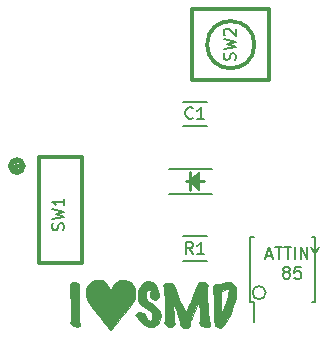
<source format=gto>
G04 #@! TF.FileFunction,Legend,Top*
%FSLAX46Y46*%
G04 Gerber Fmt 4.6, Leading zero omitted, Abs format (unit mm)*
G04 Created by KiCad (PCBNEW 4.0.7) date 01/30/18 20:10:09*
%MOMM*%
%LPD*%
G01*
G04 APERTURE LIST*
%ADD10C,0.100000*%
%ADD11C,0.150000*%
%ADD12C,0.300000*%
%ADD13C,0.254000*%
%ADD14C,0.304800*%
%ADD15C,0.200000*%
%ADD16C,0.250000*%
%ADD17C,0.010000*%
G04 APERTURE END LIST*
D10*
D11*
X212439524Y-97131667D02*
X212915715Y-97131667D01*
X212344286Y-97417381D02*
X212677619Y-96417381D01*
X213010953Y-97417381D01*
X213201429Y-96417381D02*
X213772858Y-96417381D01*
X213487143Y-97417381D02*
X213487143Y-96417381D01*
X213963334Y-96417381D02*
X214534763Y-96417381D01*
X214249048Y-97417381D02*
X214249048Y-96417381D01*
X214868096Y-97417381D02*
X214868096Y-96417381D01*
X215344286Y-97417381D02*
X215344286Y-96417381D01*
X215915715Y-97417381D01*
X215915715Y-96417381D01*
X216582381Y-96941190D02*
X216582381Y-97417381D01*
X216249048Y-96417381D02*
X216582381Y-96941190D01*
X216915715Y-96417381D01*
X214058571Y-98495952D02*
X213963333Y-98448333D01*
X213915714Y-98400714D01*
X213868095Y-98305476D01*
X213868095Y-98257857D01*
X213915714Y-98162619D01*
X213963333Y-98115000D01*
X214058571Y-98067381D01*
X214249048Y-98067381D01*
X214344286Y-98115000D01*
X214391905Y-98162619D01*
X214439524Y-98257857D01*
X214439524Y-98305476D01*
X214391905Y-98400714D01*
X214344286Y-98448333D01*
X214249048Y-98495952D01*
X214058571Y-98495952D01*
X213963333Y-98543571D01*
X213915714Y-98591190D01*
X213868095Y-98686429D01*
X213868095Y-98876905D01*
X213915714Y-98972143D01*
X213963333Y-99019762D01*
X214058571Y-99067381D01*
X214249048Y-99067381D01*
X214344286Y-99019762D01*
X214391905Y-98972143D01*
X214439524Y-98876905D01*
X214439524Y-98686429D01*
X214391905Y-98591190D01*
X214344286Y-98543571D01*
X214249048Y-98495952D01*
X215344286Y-98067381D02*
X214868095Y-98067381D01*
X214820476Y-98543571D01*
X214868095Y-98495952D01*
X214963333Y-98448333D01*
X215201429Y-98448333D01*
X215296667Y-98495952D01*
X215344286Y-98543571D01*
X215391905Y-98638810D01*
X215391905Y-98876905D01*
X215344286Y-98972143D01*
X215296667Y-99019762D01*
X215201429Y-99067381D01*
X214963333Y-99067381D01*
X214868095Y-99019762D01*
X214820476Y-98972143D01*
D12*
X191437000Y-89535000D02*
G75*
G03X191437000Y-89535000I-127000J0D01*
G01*
D13*
X191711609Y-89535000D02*
G75*
G03X191711609Y-89535000I-401609J0D01*
G01*
X191945000Y-89535000D02*
G75*
G03X191945000Y-89535000I-635000J0D01*
G01*
D14*
X211420000Y-79250000D02*
G75*
G03X211420000Y-79250000I-2000000J0D01*
G01*
X206120000Y-76250000D02*
X206120000Y-82250000D01*
X212620000Y-82250000D02*
X212620000Y-76250000D01*
X212620000Y-76250000D02*
X206120000Y-76250000D01*
X212620000Y-82250000D02*
X206120000Y-82250000D01*
X193220000Y-88750000D02*
X193220000Y-97750000D01*
X196820000Y-97750000D02*
X193220000Y-97750000D01*
X196820000Y-88750000D02*
X193220000Y-88750000D01*
X196820000Y-88750000D02*
X196820000Y-97750000D01*
D15*
X212379017Y-100250000D02*
G75*
G03X212379017Y-100250000I-559017J0D01*
G01*
D11*
X211065000Y-101000000D02*
X211365000Y-101000000D01*
X211065000Y-95500000D02*
X211365000Y-95500000D01*
X216575000Y-95500000D02*
X216275000Y-95500000D01*
X216575000Y-101000000D02*
X216275000Y-101000000D01*
X211065000Y-101000000D02*
X211065000Y-95500000D01*
X216575000Y-101000000D02*
X216575000Y-95500000D01*
X211365000Y-101000000D02*
X211365000Y-102750000D01*
D16*
X205613000Y-90805000D02*
X207137000Y-90805000D01*
X205994000Y-90043000D02*
X205994000Y-91567000D01*
D11*
X205740000Y-90805000D02*
X205867000Y-90805000D01*
X206629000Y-91440000D02*
X206756000Y-91567000D01*
X206629000Y-90170000D02*
X206756000Y-90043000D01*
X206756000Y-90043000D02*
X206756000Y-91567000D01*
X206502000Y-90297000D02*
X206629000Y-90170000D01*
X206502000Y-91313000D02*
X206629000Y-91440000D01*
X206629000Y-91313000D02*
X206629000Y-91440000D01*
X206629000Y-90170000D02*
X206629000Y-91313000D01*
X204225000Y-91855000D02*
X207825000Y-91855000D01*
X204225000Y-89755000D02*
X207825000Y-89755000D01*
X206402000Y-90505000D02*
X206402000Y-91105000D01*
X206402000Y-91105000D02*
X206102000Y-90805000D01*
X206102000Y-90805000D02*
X206302000Y-90605000D01*
X206302000Y-90605000D02*
X206302000Y-90855000D01*
X206302000Y-90855000D02*
X206252000Y-90805000D01*
X206502000Y-90805000D02*
X207002000Y-90805000D01*
X206002000Y-90805000D02*
X206502000Y-90305000D01*
X206502000Y-90305000D02*
X206502000Y-91305000D01*
X206502000Y-91305000D02*
X206002000Y-90805000D01*
X205375000Y-86115000D02*
X207375000Y-86115000D01*
X207375000Y-84065000D02*
X205375000Y-84065000D01*
X207375000Y-97595000D02*
X205375000Y-97595000D01*
X205375000Y-95445000D02*
X207375000Y-95445000D01*
D17*
G36*
X200475950Y-99153755D02*
X200714776Y-99229650D01*
X200940539Y-99372550D01*
X201143730Y-99584515D01*
X201147923Y-99590035D01*
X201284272Y-99821016D01*
X201353174Y-100070015D01*
X201357368Y-100349812D01*
X201339695Y-100484352D01*
X201313315Y-100619989D01*
X201279066Y-100746676D01*
X201232062Y-100872031D01*
X201167417Y-101003675D01*
X201080247Y-101149227D01*
X200965666Y-101316306D01*
X200818788Y-101512530D01*
X200634729Y-101745519D01*
X200408603Y-102022893D01*
X200163680Y-102318462D01*
X199956117Y-102566796D01*
X199763849Y-102794929D01*
X199592663Y-102996142D01*
X199448343Y-103163715D01*
X199336673Y-103290929D01*
X199263440Y-103371066D01*
X199234662Y-103397469D01*
X199203988Y-103367825D01*
X199129962Y-103284352D01*
X199018407Y-103153968D01*
X198875146Y-102983589D01*
X198706000Y-102780133D01*
X198516792Y-102550517D01*
X198345692Y-102341353D01*
X198137251Y-102083626D01*
X197939414Y-101835062D01*
X197759057Y-101604598D01*
X197603056Y-101401173D01*
X197478290Y-101233724D01*
X197391634Y-101111190D01*
X197357066Y-101056447D01*
X197244329Y-100807321D01*
X197168644Y-100539948D01*
X197134950Y-100279017D01*
X197148187Y-100049217D01*
X197151878Y-100030767D01*
X197249758Y-99746204D01*
X197410228Y-99505202D01*
X197568143Y-99357804D01*
X197763188Y-99231285D01*
X197953346Y-99162888D01*
X198169581Y-99143325D01*
X198270599Y-99147110D01*
X198439970Y-99167121D01*
X198568697Y-99209225D01*
X198684150Y-99278417D01*
X198870901Y-99446747D01*
X199037104Y-99665912D01*
X199162781Y-99908591D01*
X199181741Y-99958808D01*
X199251400Y-100156611D01*
X199301085Y-99990152D01*
X199418632Y-99707270D01*
X199580161Y-99479035D01*
X199776165Y-99307506D01*
X199997137Y-99194743D01*
X200233567Y-99142806D01*
X200475950Y-99153755D01*
X200475950Y-99153755D01*
G37*
X200475950Y-99153755D02*
X200714776Y-99229650D01*
X200940539Y-99372550D01*
X201143730Y-99584515D01*
X201147923Y-99590035D01*
X201284272Y-99821016D01*
X201353174Y-100070015D01*
X201357368Y-100349812D01*
X201339695Y-100484352D01*
X201313315Y-100619989D01*
X201279066Y-100746676D01*
X201232062Y-100872031D01*
X201167417Y-101003675D01*
X201080247Y-101149227D01*
X200965666Y-101316306D01*
X200818788Y-101512530D01*
X200634729Y-101745519D01*
X200408603Y-102022893D01*
X200163680Y-102318462D01*
X199956117Y-102566796D01*
X199763849Y-102794929D01*
X199592663Y-102996142D01*
X199448343Y-103163715D01*
X199336673Y-103290929D01*
X199263440Y-103371066D01*
X199234662Y-103397469D01*
X199203988Y-103367825D01*
X199129962Y-103284352D01*
X199018407Y-103153968D01*
X198875146Y-102983589D01*
X198706000Y-102780133D01*
X198516792Y-102550517D01*
X198345692Y-102341353D01*
X198137251Y-102083626D01*
X197939414Y-101835062D01*
X197759057Y-101604598D01*
X197603056Y-101401173D01*
X197478290Y-101233724D01*
X197391634Y-101111190D01*
X197357066Y-101056447D01*
X197244329Y-100807321D01*
X197168644Y-100539948D01*
X197134950Y-100279017D01*
X197148187Y-100049217D01*
X197151878Y-100030767D01*
X197249758Y-99746204D01*
X197410228Y-99505202D01*
X197568143Y-99357804D01*
X197763188Y-99231285D01*
X197953346Y-99162888D01*
X198169581Y-99143325D01*
X198270599Y-99147110D01*
X198439970Y-99167121D01*
X198568697Y-99209225D01*
X198684150Y-99278417D01*
X198870901Y-99446747D01*
X199037104Y-99665912D01*
X199162781Y-99908591D01*
X199181741Y-99958808D01*
X199251400Y-100156611D01*
X199301085Y-99990152D01*
X199418632Y-99707270D01*
X199580161Y-99479035D01*
X199776165Y-99307506D01*
X199997137Y-99194743D01*
X200233567Y-99142806D01*
X200475950Y-99153755D01*
G36*
X207030181Y-99307666D02*
X207174907Y-99351345D01*
X207329585Y-99441500D01*
X207430951Y-99553652D01*
X207472707Y-99675001D01*
X207448556Y-99792744D01*
X207415388Y-99840154D01*
X207401052Y-99865948D01*
X207391272Y-99911236D01*
X207386268Y-99983767D01*
X207386261Y-100091294D01*
X207391472Y-100241567D01*
X207402122Y-100442338D01*
X207418431Y-100701358D01*
X207440622Y-101026378D01*
X207455014Y-101230462D01*
X207481576Y-101597706D01*
X207504425Y-101895637D01*
X207524585Y-102132954D01*
X207543077Y-102318352D01*
X207560923Y-102460532D01*
X207579146Y-102568189D01*
X207598769Y-102650021D01*
X207620814Y-102714727D01*
X207632779Y-102742748D01*
X207680110Y-102854073D01*
X207694765Y-102923783D01*
X207678609Y-102980370D01*
X207651274Y-103025435D01*
X207547443Y-103117301D01*
X207399917Y-103160188D01*
X207226042Y-103153922D01*
X207043164Y-103098332D01*
X206923179Y-103032706D01*
X206803992Y-102927881D01*
X206758703Y-102812564D01*
X206783135Y-102672748D01*
X206802132Y-102626791D01*
X206823807Y-102567943D01*
X206836854Y-102497058D01*
X206841452Y-102400344D01*
X206837776Y-102264007D01*
X206826003Y-102074256D01*
X206811631Y-101884330D01*
X206789436Y-101593476D01*
X206771134Y-101373274D01*
X206752095Y-101223680D01*
X206727690Y-101144645D01*
X206693292Y-101136123D01*
X206644271Y-101198068D01*
X206575999Y-101330433D01*
X206483846Y-101533171D01*
X206363184Y-101806235D01*
X206330691Y-101879481D01*
X206208617Y-102155519D01*
X206115606Y-102370487D01*
X206048160Y-102534362D01*
X206002779Y-102657121D01*
X205975967Y-102748742D01*
X205964223Y-102819200D01*
X205964049Y-102878474D01*
X205968128Y-102913394D01*
X205977036Y-103028047D01*
X205953809Y-103102855D01*
X205903401Y-103159807D01*
X205818885Y-103219379D01*
X205746596Y-103242923D01*
X205656247Y-103251972D01*
X205626965Y-103258896D01*
X205555111Y-103259803D01*
X205453855Y-103239851D01*
X205451163Y-103239080D01*
X205315802Y-103170102D01*
X205207776Y-103060790D01*
X205144310Y-102933267D01*
X205136829Y-102835344D01*
X205133086Y-102762089D01*
X205105363Y-102640157D01*
X205051922Y-102463828D01*
X204971025Y-102227378D01*
X204860931Y-101925086D01*
X204856923Y-101914308D01*
X204758752Y-101652590D01*
X204683553Y-101458096D01*
X204628302Y-101324349D01*
X204589975Y-101244870D01*
X204565546Y-101213179D01*
X204551991Y-101222800D01*
X204547307Y-101251180D01*
X204546457Y-101338072D01*
X204552010Y-101482490D01*
X204562731Y-101669067D01*
X204577384Y-101882437D01*
X204594733Y-102107233D01*
X204613542Y-102328090D01*
X204632575Y-102529639D01*
X204650597Y-102696516D01*
X204666371Y-102813353D01*
X204676776Y-102861074D01*
X204670116Y-102939328D01*
X204609813Y-103026366D01*
X204515651Y-103104210D01*
X204407414Y-103154882D01*
X204342557Y-103164770D01*
X204182158Y-103132289D01*
X204021376Y-103047514D01*
X203891842Y-102929447D01*
X203851900Y-102870012D01*
X203809323Y-102780362D01*
X203806847Y-102719528D01*
X203843841Y-102649627D01*
X203848116Y-102643074D01*
X203865638Y-102611348D01*
X203878987Y-102570474D01*
X203888212Y-102512057D01*
X203893360Y-102427702D01*
X203894479Y-102309016D01*
X203891618Y-102147605D01*
X203884824Y-101935073D01*
X203874145Y-101663028D01*
X203859629Y-101323075D01*
X203856102Y-101242395D01*
X203839704Y-100897209D01*
X203822199Y-100581038D01*
X203804253Y-100303088D01*
X203786532Y-100072568D01*
X203769700Y-99898686D01*
X203754422Y-99790651D01*
X203749803Y-99770908D01*
X203722461Y-99663645D01*
X203725961Y-99598836D01*
X203767559Y-99544427D01*
X203809516Y-99507139D01*
X203939240Y-99436274D01*
X204096952Y-99409428D01*
X204265220Y-99421584D01*
X204426611Y-99467723D01*
X204563692Y-99542825D01*
X204659031Y-99641872D01*
X204695194Y-99759846D01*
X204695195Y-99762120D01*
X204709061Y-99817551D01*
X204747988Y-99931782D01*
X204807643Y-100094049D01*
X204883688Y-100293586D01*
X204971789Y-100519627D01*
X205067611Y-100761407D01*
X205166818Y-101008162D01*
X205265074Y-101249124D01*
X205358044Y-101473529D01*
X205441394Y-101670612D01*
X205510786Y-101829607D01*
X205561886Y-101939749D01*
X205590359Y-101990272D01*
X205593341Y-101992330D01*
X205617641Y-101957698D01*
X205666672Y-101860777D01*
X205736109Y-101711830D01*
X205821627Y-101521121D01*
X205918901Y-101298913D01*
X206023606Y-101055469D01*
X206131417Y-100801052D01*
X206238009Y-100545925D01*
X206339058Y-100300352D01*
X206430237Y-100074596D01*
X206507223Y-99878920D01*
X206565690Y-99723586D01*
X206601314Y-99618859D01*
X206610461Y-99578698D01*
X206642869Y-99443259D01*
X206731858Y-99349625D01*
X206865079Y-99302769D01*
X207030181Y-99307666D01*
X207030181Y-99307666D01*
G37*
X207030181Y-99307666D02*
X207174907Y-99351345D01*
X207329585Y-99441500D01*
X207430951Y-99553652D01*
X207472707Y-99675001D01*
X207448556Y-99792744D01*
X207415388Y-99840154D01*
X207401052Y-99865948D01*
X207391272Y-99911236D01*
X207386268Y-99983767D01*
X207386261Y-100091294D01*
X207391472Y-100241567D01*
X207402122Y-100442338D01*
X207418431Y-100701358D01*
X207440622Y-101026378D01*
X207455014Y-101230462D01*
X207481576Y-101597706D01*
X207504425Y-101895637D01*
X207524585Y-102132954D01*
X207543077Y-102318352D01*
X207560923Y-102460532D01*
X207579146Y-102568189D01*
X207598769Y-102650021D01*
X207620814Y-102714727D01*
X207632779Y-102742748D01*
X207680110Y-102854073D01*
X207694765Y-102923783D01*
X207678609Y-102980370D01*
X207651274Y-103025435D01*
X207547443Y-103117301D01*
X207399917Y-103160188D01*
X207226042Y-103153922D01*
X207043164Y-103098332D01*
X206923179Y-103032706D01*
X206803992Y-102927881D01*
X206758703Y-102812564D01*
X206783135Y-102672748D01*
X206802132Y-102626791D01*
X206823807Y-102567943D01*
X206836854Y-102497058D01*
X206841452Y-102400344D01*
X206837776Y-102264007D01*
X206826003Y-102074256D01*
X206811631Y-101884330D01*
X206789436Y-101593476D01*
X206771134Y-101373274D01*
X206752095Y-101223680D01*
X206727690Y-101144645D01*
X206693292Y-101136123D01*
X206644271Y-101198068D01*
X206575999Y-101330433D01*
X206483846Y-101533171D01*
X206363184Y-101806235D01*
X206330691Y-101879481D01*
X206208617Y-102155519D01*
X206115606Y-102370487D01*
X206048160Y-102534362D01*
X206002779Y-102657121D01*
X205975967Y-102748742D01*
X205964223Y-102819200D01*
X205964049Y-102878474D01*
X205968128Y-102913394D01*
X205977036Y-103028047D01*
X205953809Y-103102855D01*
X205903401Y-103159807D01*
X205818885Y-103219379D01*
X205746596Y-103242923D01*
X205656247Y-103251972D01*
X205626965Y-103258896D01*
X205555111Y-103259803D01*
X205453855Y-103239851D01*
X205451163Y-103239080D01*
X205315802Y-103170102D01*
X205207776Y-103060790D01*
X205144310Y-102933267D01*
X205136829Y-102835344D01*
X205133086Y-102762089D01*
X205105363Y-102640157D01*
X205051922Y-102463828D01*
X204971025Y-102227378D01*
X204860931Y-101925086D01*
X204856923Y-101914308D01*
X204758752Y-101652590D01*
X204683553Y-101458096D01*
X204628302Y-101324349D01*
X204589975Y-101244870D01*
X204565546Y-101213179D01*
X204551991Y-101222800D01*
X204547307Y-101251180D01*
X204546457Y-101338072D01*
X204552010Y-101482490D01*
X204562731Y-101669067D01*
X204577384Y-101882437D01*
X204594733Y-102107233D01*
X204613542Y-102328090D01*
X204632575Y-102529639D01*
X204650597Y-102696516D01*
X204666371Y-102813353D01*
X204676776Y-102861074D01*
X204670116Y-102939328D01*
X204609813Y-103026366D01*
X204515651Y-103104210D01*
X204407414Y-103154882D01*
X204342557Y-103164770D01*
X204182158Y-103132289D01*
X204021376Y-103047514D01*
X203891842Y-102929447D01*
X203851900Y-102870012D01*
X203809323Y-102780362D01*
X203806847Y-102719528D01*
X203843841Y-102649627D01*
X203848116Y-102643074D01*
X203865638Y-102611348D01*
X203878987Y-102570474D01*
X203888212Y-102512057D01*
X203893360Y-102427702D01*
X203894479Y-102309016D01*
X203891618Y-102147605D01*
X203884824Y-101935073D01*
X203874145Y-101663028D01*
X203859629Y-101323075D01*
X203856102Y-101242395D01*
X203839704Y-100897209D01*
X203822199Y-100581038D01*
X203804253Y-100303088D01*
X203786532Y-100072568D01*
X203769700Y-99898686D01*
X203754422Y-99790651D01*
X203749803Y-99770908D01*
X203722461Y-99663645D01*
X203725961Y-99598836D01*
X203767559Y-99544427D01*
X203809516Y-99507139D01*
X203939240Y-99436274D01*
X204096952Y-99409428D01*
X204265220Y-99421584D01*
X204426611Y-99467723D01*
X204563692Y-99542825D01*
X204659031Y-99641872D01*
X204695194Y-99759846D01*
X204695195Y-99762120D01*
X204709061Y-99817551D01*
X204747988Y-99931782D01*
X204807643Y-100094049D01*
X204883688Y-100293586D01*
X204971789Y-100519627D01*
X205067611Y-100761407D01*
X205166818Y-101008162D01*
X205265074Y-101249124D01*
X205358044Y-101473529D01*
X205441394Y-101670612D01*
X205510786Y-101829607D01*
X205561886Y-101939749D01*
X205590359Y-101990272D01*
X205593341Y-101992330D01*
X205617641Y-101957698D01*
X205666672Y-101860777D01*
X205736109Y-101711830D01*
X205821627Y-101521121D01*
X205918901Y-101298913D01*
X206023606Y-101055469D01*
X206131417Y-100801052D01*
X206238009Y-100545925D01*
X206339058Y-100300352D01*
X206430237Y-100074596D01*
X206507223Y-99878920D01*
X206565690Y-99723586D01*
X206601314Y-99618859D01*
X206610461Y-99578698D01*
X206642869Y-99443259D01*
X206731858Y-99349625D01*
X206865079Y-99302769D01*
X207030181Y-99307666D01*
G36*
X209431152Y-99384118D02*
X209588849Y-99488843D01*
X209736401Y-99659529D01*
X209765923Y-99702149D01*
X209845612Y-99837352D01*
X209883559Y-99958024D01*
X209892923Y-100099093D01*
X209875285Y-100325621D01*
X209825674Y-100605713D01*
X209749042Y-100924053D01*
X209650339Y-101265324D01*
X209534518Y-101614210D01*
X209406530Y-101955395D01*
X209271328Y-102273562D01*
X209133862Y-102553394D01*
X209054125Y-102693614D01*
X208964558Y-102824225D01*
X208857521Y-102955783D01*
X208747700Y-103072894D01*
X208649780Y-103160163D01*
X208578446Y-103202196D01*
X208567391Y-103203847D01*
X208499798Y-103215695D01*
X208479580Y-103221960D01*
X208409840Y-103219808D01*
X208313372Y-103189564D01*
X208310307Y-103188222D01*
X208224553Y-103147661D01*
X208159203Y-103104595D01*
X208111255Y-103048295D01*
X208077705Y-102968032D01*
X208055552Y-102853077D01*
X208041792Y-102692701D01*
X208033422Y-102476174D01*
X208027441Y-102192768D01*
X208027147Y-102176493D01*
X208019974Y-101844325D01*
X208010449Y-101504891D01*
X207999064Y-101168852D01*
X207986307Y-100846870D01*
X207972668Y-100549605D01*
X207958637Y-100287717D01*
X207952537Y-100193219D01*
X208603384Y-100193219D01*
X208603384Y-101050568D01*
X208604524Y-101370145D01*
X208608206Y-101618290D01*
X208614827Y-101801695D01*
X208624782Y-101927053D01*
X208638468Y-102001057D01*
X208656279Y-102030398D01*
X208661398Y-102031539D01*
X208677413Y-101996785D01*
X208714560Y-101900990D01*
X208768084Y-101756858D01*
X208833233Y-101577089D01*
X208869789Y-101474693D01*
X208990786Y-101127981D01*
X209084700Y-100843836D01*
X209154202Y-100612554D01*
X209201963Y-100424435D01*
X209230655Y-100269774D01*
X209242948Y-100138871D01*
X209243632Y-100116770D01*
X209242684Y-99991624D01*
X209228739Y-99924711D01*
X209195296Y-99896382D01*
X209168764Y-99890478D01*
X209098291Y-99905257D01*
X208987015Y-99954819D01*
X208857911Y-100028780D01*
X208846379Y-100036164D01*
X208603384Y-100193219D01*
X207952537Y-100193219D01*
X207944702Y-100071869D01*
X207931355Y-99912720D01*
X207919083Y-99820931D01*
X207918956Y-99820337D01*
X207911105Y-99734726D01*
X207942008Y-99667650D01*
X208021495Y-99591640D01*
X208114825Y-99523861D01*
X208200789Y-99498997D01*
X208319770Y-99505880D01*
X208327835Y-99506926D01*
X208462889Y-99511689D01*
X208610445Y-99486408D01*
X208779230Y-99433602D01*
X209038137Y-99359708D01*
X209251513Y-99342143D01*
X209431152Y-99384118D01*
X209431152Y-99384118D01*
G37*
X209431152Y-99384118D02*
X209588849Y-99488843D01*
X209736401Y-99659529D01*
X209765923Y-99702149D01*
X209845612Y-99837352D01*
X209883559Y-99958024D01*
X209892923Y-100099093D01*
X209875285Y-100325621D01*
X209825674Y-100605713D01*
X209749042Y-100924053D01*
X209650339Y-101265324D01*
X209534518Y-101614210D01*
X209406530Y-101955395D01*
X209271328Y-102273562D01*
X209133862Y-102553394D01*
X209054125Y-102693614D01*
X208964558Y-102824225D01*
X208857521Y-102955783D01*
X208747700Y-103072894D01*
X208649780Y-103160163D01*
X208578446Y-103202196D01*
X208567391Y-103203847D01*
X208499798Y-103215695D01*
X208479580Y-103221960D01*
X208409840Y-103219808D01*
X208313372Y-103189564D01*
X208310307Y-103188222D01*
X208224553Y-103147661D01*
X208159203Y-103104595D01*
X208111255Y-103048295D01*
X208077705Y-102968032D01*
X208055552Y-102853077D01*
X208041792Y-102692701D01*
X208033422Y-102476174D01*
X208027441Y-102192768D01*
X208027147Y-102176493D01*
X208019974Y-101844325D01*
X208010449Y-101504891D01*
X207999064Y-101168852D01*
X207986307Y-100846870D01*
X207972668Y-100549605D01*
X207958637Y-100287717D01*
X207952537Y-100193219D01*
X208603384Y-100193219D01*
X208603384Y-101050568D01*
X208604524Y-101370145D01*
X208608206Y-101618290D01*
X208614827Y-101801695D01*
X208624782Y-101927053D01*
X208638468Y-102001057D01*
X208656279Y-102030398D01*
X208661398Y-102031539D01*
X208677413Y-101996785D01*
X208714560Y-101900990D01*
X208768084Y-101756858D01*
X208833233Y-101577089D01*
X208869789Y-101474693D01*
X208990786Y-101127981D01*
X209084700Y-100843836D01*
X209154202Y-100612554D01*
X209201963Y-100424435D01*
X209230655Y-100269774D01*
X209242948Y-100138871D01*
X209243632Y-100116770D01*
X209242684Y-99991624D01*
X209228739Y-99924711D01*
X209195296Y-99896382D01*
X209168764Y-99890478D01*
X209098291Y-99905257D01*
X208987015Y-99954819D01*
X208857911Y-100028780D01*
X208846379Y-100036164D01*
X208603384Y-100193219D01*
X207952537Y-100193219D01*
X207944702Y-100071869D01*
X207931355Y-99912720D01*
X207919083Y-99820931D01*
X207918956Y-99820337D01*
X207911105Y-99734726D01*
X207942008Y-99667650D01*
X208021495Y-99591640D01*
X208114825Y-99523861D01*
X208200789Y-99498997D01*
X208319770Y-99505880D01*
X208327835Y-99506926D01*
X208462889Y-99511689D01*
X208610445Y-99486408D01*
X208779230Y-99433602D01*
X209038137Y-99359708D01*
X209251513Y-99342143D01*
X209431152Y-99384118D01*
G36*
X202738430Y-99325141D02*
X202939595Y-99431391D01*
X203099311Y-99602674D01*
X203216236Y-99837574D01*
X203286339Y-100117627D01*
X203320202Y-100387345D01*
X203321546Y-100590350D01*
X203288366Y-100731878D01*
X203218658Y-100817167D01*
X203110417Y-100851453D01*
X203007007Y-100847433D01*
X202842986Y-100791538D01*
X202712322Y-100683113D01*
X202626086Y-100539824D01*
X202595350Y-100379337D01*
X202623791Y-100235989D01*
X202652864Y-100140825D01*
X202638911Y-100077833D01*
X202624586Y-100058119D01*
X202541971Y-100004587D01*
X202450749Y-100017611D01*
X202362240Y-100088172D01*
X202287761Y-100207256D01*
X202238687Y-100365542D01*
X202219416Y-100561010D01*
X202245871Y-100727195D01*
X202324774Y-100874379D01*
X202462848Y-101012844D01*
X202666815Y-101152872D01*
X202805100Y-101231872D01*
X203043532Y-101377163D01*
X203216984Y-101521723D01*
X203337480Y-101678179D01*
X203417046Y-101859158D01*
X203424015Y-101881773D01*
X203475343Y-102174217D01*
X203456198Y-102456319D01*
X203368448Y-102716012D01*
X203270415Y-102873815D01*
X203106878Y-103026761D01*
X202899863Y-103125382D01*
X202665703Y-103165659D01*
X202420733Y-103143570D01*
X202307509Y-103110858D01*
X202071671Y-102990098D01*
X201874000Y-102806863D01*
X201797275Y-102705610D01*
X201698834Y-102577126D01*
X201589853Y-102455768D01*
X201541690Y-102409770D01*
X201451091Y-102321732D01*
X201383760Y-102241383D01*
X201371285Y-102221564D01*
X201354488Y-102123525D01*
X201405178Y-102036441D01*
X201512767Y-101967766D01*
X201666666Y-101924957D01*
X201807652Y-101914308D01*
X201943068Y-101936654D01*
X202061066Y-102009596D01*
X202171473Y-102141984D01*
X202284117Y-102342672D01*
X202284847Y-102344154D01*
X202354129Y-102478004D01*
X202407930Y-102556136D01*
X202461549Y-102594670D01*
X202530287Y-102609726D01*
X202537622Y-102610469D01*
X202625957Y-102609893D01*
X202678881Y-102572752D01*
X202723238Y-102484724D01*
X202773486Y-102304309D01*
X202769118Y-102115654D01*
X202739168Y-101980435D01*
X202714117Y-101908031D01*
X202675862Y-101851611D01*
X202609317Y-101798750D01*
X202499398Y-101737023D01*
X202359770Y-101667902D01*
X202064741Y-101499762D01*
X201842261Y-101313290D01*
X201687587Y-101101740D01*
X201595979Y-100858367D01*
X201562695Y-100576426D01*
X201562419Y-100533620D01*
X201591021Y-100223625D01*
X201669129Y-99944208D01*
X201790597Y-99703574D01*
X201949281Y-99509929D01*
X202139038Y-99371476D01*
X202353724Y-99296422D01*
X202497158Y-99285338D01*
X202738430Y-99325141D01*
X202738430Y-99325141D01*
G37*
X202738430Y-99325141D02*
X202939595Y-99431391D01*
X203099311Y-99602674D01*
X203216236Y-99837574D01*
X203286339Y-100117627D01*
X203320202Y-100387345D01*
X203321546Y-100590350D01*
X203288366Y-100731878D01*
X203218658Y-100817167D01*
X203110417Y-100851453D01*
X203007007Y-100847433D01*
X202842986Y-100791538D01*
X202712322Y-100683113D01*
X202626086Y-100539824D01*
X202595350Y-100379337D01*
X202623791Y-100235989D01*
X202652864Y-100140825D01*
X202638911Y-100077833D01*
X202624586Y-100058119D01*
X202541971Y-100004587D01*
X202450749Y-100017611D01*
X202362240Y-100088172D01*
X202287761Y-100207256D01*
X202238687Y-100365542D01*
X202219416Y-100561010D01*
X202245871Y-100727195D01*
X202324774Y-100874379D01*
X202462848Y-101012844D01*
X202666815Y-101152872D01*
X202805100Y-101231872D01*
X203043532Y-101377163D01*
X203216984Y-101521723D01*
X203337480Y-101678179D01*
X203417046Y-101859158D01*
X203424015Y-101881773D01*
X203475343Y-102174217D01*
X203456198Y-102456319D01*
X203368448Y-102716012D01*
X203270415Y-102873815D01*
X203106878Y-103026761D01*
X202899863Y-103125382D01*
X202665703Y-103165659D01*
X202420733Y-103143570D01*
X202307509Y-103110858D01*
X202071671Y-102990098D01*
X201874000Y-102806863D01*
X201797275Y-102705610D01*
X201698834Y-102577126D01*
X201589853Y-102455768D01*
X201541690Y-102409770D01*
X201451091Y-102321732D01*
X201383760Y-102241383D01*
X201371285Y-102221564D01*
X201354488Y-102123525D01*
X201405178Y-102036441D01*
X201512767Y-101967766D01*
X201666666Y-101924957D01*
X201807652Y-101914308D01*
X201943068Y-101936654D01*
X202061066Y-102009596D01*
X202171473Y-102141984D01*
X202284117Y-102342672D01*
X202284847Y-102344154D01*
X202354129Y-102478004D01*
X202407930Y-102556136D01*
X202461549Y-102594670D01*
X202530287Y-102609726D01*
X202537622Y-102610469D01*
X202625957Y-102609893D01*
X202678881Y-102572752D01*
X202723238Y-102484724D01*
X202773486Y-102304309D01*
X202769118Y-102115654D01*
X202739168Y-101980435D01*
X202714117Y-101908031D01*
X202675862Y-101851611D01*
X202609317Y-101798750D01*
X202499398Y-101737023D01*
X202359770Y-101667902D01*
X202064741Y-101499762D01*
X201842261Y-101313290D01*
X201687587Y-101101740D01*
X201595979Y-100858367D01*
X201562695Y-100576426D01*
X201562419Y-100533620D01*
X201591021Y-100223625D01*
X201669129Y-99944208D01*
X201790597Y-99703574D01*
X201949281Y-99509929D01*
X202139038Y-99371476D01*
X202353724Y-99296422D01*
X202497158Y-99285338D01*
X202738430Y-99325141D01*
G36*
X196301389Y-99367743D02*
X196410845Y-99413110D01*
X196543213Y-99495184D01*
X196606742Y-99579357D01*
X196609449Y-99681907D01*
X196583431Y-99763539D01*
X196568912Y-99811050D01*
X196557877Y-99877189D01*
X196550234Y-99969830D01*
X196545893Y-100096843D01*
X196544763Y-100266099D01*
X196546754Y-100485470D01*
X196551774Y-100762827D01*
X196559732Y-101106042D01*
X196565392Y-101328154D01*
X196574654Y-101660810D01*
X196584505Y-101974000D01*
X196594551Y-102257850D01*
X196604396Y-102502481D01*
X196613643Y-102698018D01*
X196621898Y-102834584D01*
X196628400Y-102900370D01*
X196639641Y-102998638D01*
X196618670Y-103050393D01*
X196553182Y-103084698D01*
X196549811Y-103085985D01*
X196413734Y-103118926D01*
X196267201Y-103109856D01*
X196128376Y-103073843D01*
X195957132Y-102997438D01*
X195855751Y-102899742D01*
X195826852Y-102784965D01*
X195871008Y-102660561D01*
X195883149Y-102621172D01*
X195891593Y-102543703D01*
X195896347Y-102421990D01*
X195897416Y-102249871D01*
X195894806Y-102021185D01*
X195888522Y-101729767D01*
X195878571Y-101369456D01*
X195872373Y-101166399D01*
X195861473Y-100835649D01*
X195850181Y-100525450D01*
X195838930Y-100245493D01*
X195828153Y-100005469D01*
X195818285Y-99815072D01*
X195809758Y-99683993D01*
X195803351Y-99623513D01*
X195809930Y-99499703D01*
X195876429Y-99407579D01*
X195989442Y-99351781D01*
X196135564Y-99336955D01*
X196301389Y-99367743D01*
X196301389Y-99367743D01*
G37*
X196301389Y-99367743D02*
X196410845Y-99413110D01*
X196543213Y-99495184D01*
X196606742Y-99579357D01*
X196609449Y-99681907D01*
X196583431Y-99763539D01*
X196568912Y-99811050D01*
X196557877Y-99877189D01*
X196550234Y-99969830D01*
X196545893Y-100096843D01*
X196544763Y-100266099D01*
X196546754Y-100485470D01*
X196551774Y-100762827D01*
X196559732Y-101106042D01*
X196565392Y-101328154D01*
X196574654Y-101660810D01*
X196584505Y-101974000D01*
X196594551Y-102257850D01*
X196604396Y-102502481D01*
X196613643Y-102698018D01*
X196621898Y-102834584D01*
X196628400Y-102900370D01*
X196639641Y-102998638D01*
X196618670Y-103050393D01*
X196553182Y-103084698D01*
X196549811Y-103085985D01*
X196413734Y-103118926D01*
X196267201Y-103109856D01*
X196128376Y-103073843D01*
X195957132Y-102997438D01*
X195855751Y-102899742D01*
X195826852Y-102784965D01*
X195871008Y-102660561D01*
X195883149Y-102621172D01*
X195891593Y-102543703D01*
X195896347Y-102421990D01*
X195897416Y-102249871D01*
X195894806Y-102021185D01*
X195888522Y-101729767D01*
X195878571Y-101369456D01*
X195872373Y-101166399D01*
X195861473Y-100835649D01*
X195850181Y-100525450D01*
X195838930Y-100245493D01*
X195828153Y-100005469D01*
X195818285Y-99815072D01*
X195809758Y-99683993D01*
X195803351Y-99623513D01*
X195809930Y-99499703D01*
X195876429Y-99407579D01*
X195989442Y-99351781D01*
X196135564Y-99336955D01*
X196301389Y-99367743D01*
D11*
X209795762Y-80551333D02*
X209843381Y-80408476D01*
X209843381Y-80170380D01*
X209795762Y-80075142D01*
X209748143Y-80027523D01*
X209652905Y-79979904D01*
X209557667Y-79979904D01*
X209462429Y-80027523D01*
X209414810Y-80075142D01*
X209367190Y-80170380D01*
X209319571Y-80360857D01*
X209271952Y-80456095D01*
X209224333Y-80503714D01*
X209129095Y-80551333D01*
X209033857Y-80551333D01*
X208938619Y-80503714D01*
X208891000Y-80456095D01*
X208843381Y-80360857D01*
X208843381Y-80122761D01*
X208891000Y-79979904D01*
X208843381Y-79646571D02*
X209843381Y-79408476D01*
X209129095Y-79217999D01*
X209843381Y-79027523D01*
X208843381Y-78789428D01*
X208938619Y-78456095D02*
X208891000Y-78408476D01*
X208843381Y-78313238D01*
X208843381Y-78075142D01*
X208891000Y-77979904D01*
X208938619Y-77932285D01*
X209033857Y-77884666D01*
X209129095Y-77884666D01*
X209271952Y-77932285D01*
X209843381Y-78503714D01*
X209843381Y-77884666D01*
X195254762Y-94948333D02*
X195302381Y-94805476D01*
X195302381Y-94567380D01*
X195254762Y-94472142D01*
X195207143Y-94424523D01*
X195111905Y-94376904D01*
X195016667Y-94376904D01*
X194921429Y-94424523D01*
X194873810Y-94472142D01*
X194826190Y-94567380D01*
X194778571Y-94757857D01*
X194730952Y-94853095D01*
X194683333Y-94900714D01*
X194588095Y-94948333D01*
X194492857Y-94948333D01*
X194397619Y-94900714D01*
X194350000Y-94853095D01*
X194302381Y-94757857D01*
X194302381Y-94519761D01*
X194350000Y-94376904D01*
X194302381Y-94043571D02*
X195302381Y-93805476D01*
X194588095Y-93614999D01*
X195302381Y-93424523D01*
X194302381Y-93186428D01*
X195302381Y-92281666D02*
X195302381Y-92853095D01*
X195302381Y-92567381D02*
X194302381Y-92567381D01*
X194445238Y-92662619D01*
X194540476Y-92757857D01*
X194588095Y-92853095D01*
X206208334Y-85447143D02*
X206160715Y-85494762D01*
X206017858Y-85542381D01*
X205922620Y-85542381D01*
X205779762Y-85494762D01*
X205684524Y-85399524D01*
X205636905Y-85304286D01*
X205589286Y-85113810D01*
X205589286Y-84970952D01*
X205636905Y-84780476D01*
X205684524Y-84685238D01*
X205779762Y-84590000D01*
X205922620Y-84542381D01*
X206017858Y-84542381D01*
X206160715Y-84590000D01*
X206208334Y-84637619D01*
X207160715Y-85542381D02*
X206589286Y-85542381D01*
X206875000Y-85542381D02*
X206875000Y-84542381D01*
X206779762Y-84685238D01*
X206684524Y-84780476D01*
X206589286Y-84828095D01*
X206208334Y-96972381D02*
X205875000Y-96496190D01*
X205636905Y-96972381D02*
X205636905Y-95972381D01*
X206017858Y-95972381D01*
X206113096Y-96020000D01*
X206160715Y-96067619D01*
X206208334Y-96162857D01*
X206208334Y-96305714D01*
X206160715Y-96400952D01*
X206113096Y-96448571D01*
X206017858Y-96496190D01*
X205636905Y-96496190D01*
X207160715Y-96972381D02*
X206589286Y-96972381D01*
X206875000Y-96972381D02*
X206875000Y-95972381D01*
X206779762Y-96115238D01*
X206684524Y-96210476D01*
X206589286Y-96258095D01*
M02*

</source>
